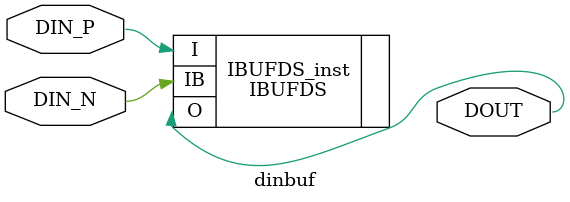
<source format=v>
`timescale 1ns / 1ps


module dinbuf(
    input DIN_P,
    input DIN_N,
    output DOUT
    );
    
    // IBUFDS: Differential Input Buffer
    //         7 Series
    // Xilinx HDL Language Template, version 2018.2
    
    IBUFDS #(
       .DIFF_TERM("FALSE"),       // Differential Termination
       .IBUF_LOW_PWR("FALSE"),     // Low power="TRUE", Highest performance="FALSE"
       .IOSTANDARD("LVDS_25")     // Specify the input I/O standard
    ) IBUFDS_inst (
       .O(DOUT),  // Buffer output
       .I(DIN_P),  // Diff_p buffer input (connect directly to top-level port)
       .IB(DIN_N) // Diff_n buffer input (connect directly to top-level port)
    );
    
    // End of IBUFDS_inst instantiation

endmodule

</source>
